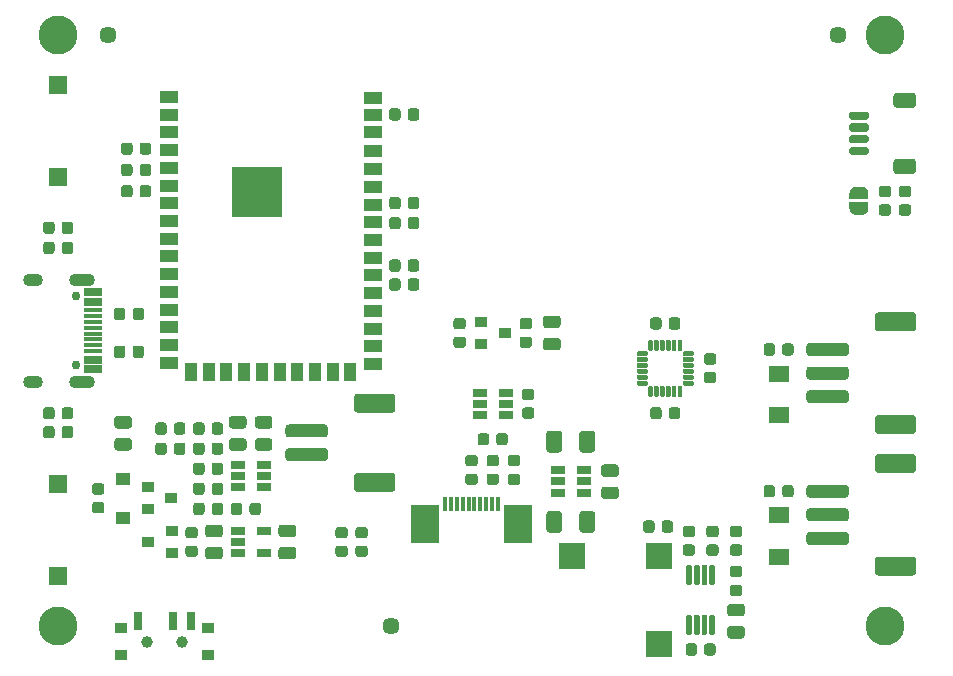
<source format=gts>
%TF.GenerationSoftware,KiCad,Pcbnew,(5.1.6)-1*%
%TF.CreationDate,2021-03-27T23:39:17-04:00*%
%TF.ProjectId,sharptag,73686172-7074-4616-972e-6b696361645f,rev?*%
%TF.SameCoordinates,Original*%
%TF.FileFunction,Soldermask,Top*%
%TF.FilePolarity,Negative*%
%FSLAX46Y46*%
G04 Gerber Fmt 4.6, Leading zero omitted, Abs format (unit mm)*
G04 Created by KiCad (PCBNEW (5.1.6)-1) date 2021-03-27 23:39:17*
%MOMM*%
%LPD*%
G01*
G04 APERTURE LIST*
%ADD10O,1.700000X1.100000*%
%ADD11C,0.750000*%
%ADD12O,2.200000X1.100000*%
%ADD13R,1.550000X0.400000*%
%ADD14R,1.550000X0.700000*%
%ADD15R,1.300000X1.000000*%
%ADD16C,3.300000*%
%ADD17R,0.400000X1.200000*%
%ADD18R,2.400000X3.200000*%
%ADD19C,0.100000*%
%ADD20R,2.295000X2.295000*%
%ADD21R,1.000000X0.900000*%
%ADD22R,1.600000X1.600000*%
%ADD23C,1.000000*%
%ADD24R,0.800000X1.600000*%
%ADD25R,1.100000X0.900000*%
%ADD26R,1.160000X0.750000*%
%ADD27R,4.200000X4.200000*%
%ADD28R,1.600000X1.000000*%
%ADD29R,1.000000X1.600000*%
%ADD30R,1.800000X1.400000*%
%ADD31C,1.448000*%
G04 APERTURE END LIST*
%TO.C,R13*%
G36*
G01*
X20118750Y-18525000D02*
X20681250Y-18525000D01*
G75*
G02*
X20925000Y-18768750I0J-243750D01*
G01*
X20925000Y-19256250D01*
G75*
G02*
X20681250Y-19500000I-243750J0D01*
G01*
X20118750Y-19500000D01*
G75*
G02*
X19875000Y-19256250I0J243750D01*
G01*
X19875000Y-18768750D01*
G75*
G02*
X20118750Y-18525000I243750J0D01*
G01*
G37*
G36*
G01*
X20118750Y-20100000D02*
X20681250Y-20100000D01*
G75*
G02*
X20925000Y-20343750I0J-243750D01*
G01*
X20925000Y-20831250D01*
G75*
G02*
X20681250Y-21075000I-243750J0D01*
G01*
X20118750Y-21075000D01*
G75*
G02*
X19875000Y-20831250I0J243750D01*
G01*
X19875000Y-20343750D01*
G75*
G02*
X20118750Y-20100000I243750J0D01*
G01*
G37*
%TD*%
%TO.C,J6*%
G36*
G01*
X31675000Y-20150000D02*
X28625000Y-20150000D01*
G75*
G02*
X28350000Y-19875000I0J275000D01*
G01*
X28350000Y-19325000D01*
G75*
G02*
X28625000Y-19050000I275000J0D01*
G01*
X31675000Y-19050000D01*
G75*
G02*
X31950000Y-19325000I0J-275000D01*
G01*
X31950000Y-19875000D01*
G75*
G02*
X31675000Y-20150000I-275000J0D01*
G01*
G37*
G36*
G01*
X31675000Y-18150000D02*
X28625000Y-18150000D01*
G75*
G02*
X28350000Y-17875000I0J275000D01*
G01*
X28350000Y-17325000D01*
G75*
G02*
X28625000Y-17050000I275000J0D01*
G01*
X31675000Y-17050000D01*
G75*
G02*
X31950000Y-17325000I0J-275000D01*
G01*
X31950000Y-17875000D01*
G75*
G02*
X31675000Y-18150000I-275000J0D01*
G01*
G37*
G36*
G01*
X31675000Y-16150000D02*
X28625000Y-16150000D01*
G75*
G02*
X28350000Y-15875000I0J275000D01*
G01*
X28350000Y-15325000D01*
G75*
G02*
X28625000Y-15050000I275000J0D01*
G01*
X31675000Y-15050000D01*
G75*
G02*
X31950000Y-15325000I0J-275000D01*
G01*
X31950000Y-15875000D01*
G75*
G02*
X31675000Y-16150000I-275000J0D01*
G01*
G37*
G36*
G01*
X37383333Y-22750000D02*
X34416667Y-22750000D01*
G75*
G02*
X34150000Y-22483333I0J266667D01*
G01*
X34150000Y-21416667D01*
G75*
G02*
X34416667Y-21150000I266667J0D01*
G01*
X37383333Y-21150000D01*
G75*
G02*
X37650000Y-21416667I0J-266667D01*
G01*
X37650000Y-22483333D01*
G75*
G02*
X37383333Y-22750000I-266667J0D01*
G01*
G37*
G36*
G01*
X37383333Y-14050000D02*
X34416667Y-14050000D01*
G75*
G02*
X34150000Y-13783333I0J266667D01*
G01*
X34150000Y-12716667D01*
G75*
G02*
X34416667Y-12450000I266667J0D01*
G01*
X37383333Y-12450000D01*
G75*
G02*
X37650000Y-12716667I0J-266667D01*
G01*
X37650000Y-13783333D01*
G75*
G02*
X37383333Y-14050000I-266667J0D01*
G01*
G37*
%TD*%
%TO.C,J3*%
G36*
G01*
X-12425000Y-13050000D02*
X-15475000Y-13050000D01*
G75*
G02*
X-15750000Y-12775000I0J275000D01*
G01*
X-15750000Y-12225000D01*
G75*
G02*
X-15475000Y-11950000I275000J0D01*
G01*
X-12425000Y-11950000D01*
G75*
G02*
X-12150000Y-12225000I0J-275000D01*
G01*
X-12150000Y-12775000D01*
G75*
G02*
X-12425000Y-13050000I-275000J0D01*
G01*
G37*
G36*
G01*
X-12425000Y-11050000D02*
X-15475000Y-11050000D01*
G75*
G02*
X-15750000Y-10775000I0J275000D01*
G01*
X-15750000Y-10225000D01*
G75*
G02*
X-15475000Y-9950000I275000J0D01*
G01*
X-12425000Y-9950000D01*
G75*
G02*
X-12150000Y-10225000I0J-275000D01*
G01*
X-12150000Y-10775000D01*
G75*
G02*
X-12425000Y-11050000I-275000J0D01*
G01*
G37*
G36*
G01*
X-6716667Y-15650000D02*
X-9683333Y-15650000D01*
G75*
G02*
X-9950000Y-15383333I0J266667D01*
G01*
X-9950000Y-14316667D01*
G75*
G02*
X-9683333Y-14050000I266667J0D01*
G01*
X-6716667Y-14050000D01*
G75*
G02*
X-6450000Y-14316667I0J-266667D01*
G01*
X-6450000Y-15383333D01*
G75*
G02*
X-6716667Y-15650000I-266667J0D01*
G01*
G37*
G36*
G01*
X-6716667Y-8950000D02*
X-9683333Y-8950000D01*
G75*
G02*
X-9950000Y-8683333I0J266667D01*
G01*
X-9950000Y-7616667D01*
G75*
G02*
X-9683333Y-7350000I266667J0D01*
G01*
X-6716667Y-7350000D01*
G75*
G02*
X-6450000Y-7616667I0J-266667D01*
G01*
X-6450000Y-8683333D01*
G75*
G02*
X-6716667Y-8950000I-266667J0D01*
G01*
G37*
%TD*%
D10*
%TO.C,J1*%
X-37150000Y-6320000D03*
D11*
X-33500000Y-4890000D03*
D10*
X-37150000Y2320000D03*
D11*
X-33500000Y890000D03*
D12*
X-32970000Y2320000D03*
X-32970000Y-6320000D03*
D13*
X-32055000Y-1750000D03*
X-32055000Y-3750000D03*
X-32055000Y-3250000D03*
X-32055000Y-2750000D03*
X-32055000Y-2250000D03*
X-32055000Y-1250000D03*
X-32055000Y-750000D03*
X-32055000Y-250000D03*
D14*
X-32055000Y-5250000D03*
X-32055000Y-4450000D03*
X-32055000Y450000D03*
X-32055000Y1250000D03*
X-32055000Y1250000D03*
X-32055000Y450000D03*
X-32055000Y-4450000D03*
X-32055000Y-5250000D03*
%TD*%
%TO.C,C1*%
G36*
G01*
X281250Y-13500000D02*
X-281250Y-13500000D01*
G75*
G02*
X-525000Y-13256250I0J243750D01*
G01*
X-525000Y-12768750D01*
G75*
G02*
X-281250Y-12525000I243750J0D01*
G01*
X281250Y-12525000D01*
G75*
G02*
X525000Y-12768750I0J-243750D01*
G01*
X525000Y-13256250D01*
G75*
G02*
X281250Y-13500000I-243750J0D01*
G01*
G37*
G36*
G01*
X281250Y-15075000D02*
X-281250Y-15075000D01*
G75*
G02*
X-525000Y-14831250I0J243750D01*
G01*
X-525000Y-14343750D01*
G75*
G02*
X-281250Y-14100000I243750J0D01*
G01*
X281250Y-14100000D01*
G75*
G02*
X525000Y-14343750I0J-243750D01*
G01*
X525000Y-14831250D01*
G75*
G02*
X281250Y-15075000I-243750J0D01*
G01*
G37*
%TD*%
%TO.C,C2*%
G36*
G01*
X-17118750Y-12175000D02*
X-18081250Y-12175000D01*
G75*
G02*
X-18350000Y-11906250I0J268750D01*
G01*
X-18350000Y-11368750D01*
G75*
G02*
X-18081250Y-11100000I268750J0D01*
G01*
X-17118750Y-11100000D01*
G75*
G02*
X-16850000Y-11368750I0J-268750D01*
G01*
X-16850000Y-11906250D01*
G75*
G02*
X-17118750Y-12175000I-268750J0D01*
G01*
G37*
G36*
G01*
X-17118750Y-10300000D02*
X-18081250Y-10300000D01*
G75*
G02*
X-18350000Y-10031250I0J268750D01*
G01*
X-18350000Y-9493750D01*
G75*
G02*
X-18081250Y-9225000I268750J0D01*
G01*
X-17118750Y-9225000D01*
G75*
G02*
X-16850000Y-9493750I0J-268750D01*
G01*
X-16850000Y-10031250D01*
G75*
G02*
X-17118750Y-10300000I-268750J0D01*
G01*
G37*
%TD*%
%TO.C,C3*%
G36*
G01*
X3881250Y-15075000D02*
X3318750Y-15075000D01*
G75*
G02*
X3075000Y-14831250I0J243750D01*
G01*
X3075000Y-14343750D01*
G75*
G02*
X3318750Y-14100000I243750J0D01*
G01*
X3881250Y-14100000D01*
G75*
G02*
X4125000Y-14343750I0J-243750D01*
G01*
X4125000Y-14831250D01*
G75*
G02*
X3881250Y-15075000I-243750J0D01*
G01*
G37*
G36*
G01*
X3881250Y-13500000D02*
X3318750Y-13500000D01*
G75*
G02*
X3075000Y-13256250I0J243750D01*
G01*
X3075000Y-12768750D01*
G75*
G02*
X3318750Y-12525000I243750J0D01*
G01*
X3881250Y-12525000D01*
G75*
G02*
X4125000Y-12768750I0J-243750D01*
G01*
X4125000Y-13256250D01*
G75*
G02*
X3881250Y-13500000I-243750J0D01*
G01*
G37*
%TD*%
%TO.C,C4*%
G36*
G01*
X2081250Y-13500000D02*
X1518750Y-13500000D01*
G75*
G02*
X1275000Y-13256250I0J243750D01*
G01*
X1275000Y-12768750D01*
G75*
G02*
X1518750Y-12525000I243750J0D01*
G01*
X2081250Y-12525000D01*
G75*
G02*
X2325000Y-12768750I0J-243750D01*
G01*
X2325000Y-13256250D01*
G75*
G02*
X2081250Y-13500000I-243750J0D01*
G01*
G37*
G36*
G01*
X2081250Y-15075000D02*
X1518750Y-15075000D01*
G75*
G02*
X1275000Y-14831250I0J243750D01*
G01*
X1275000Y-14343750D01*
G75*
G02*
X1518750Y-14100000I243750J0D01*
G01*
X2081250Y-14100000D01*
G75*
G02*
X2325000Y-14343750I0J-243750D01*
G01*
X2325000Y-14831250D01*
G75*
G02*
X2081250Y-15075000I-243750J0D01*
G01*
G37*
%TD*%
%TO.C,C5*%
G36*
G01*
X-19318750Y-10300000D02*
X-20281250Y-10300000D01*
G75*
G02*
X-20550000Y-10031250I0J268750D01*
G01*
X-20550000Y-9493750D01*
G75*
G02*
X-20281250Y-9225000I268750J0D01*
G01*
X-19318750Y-9225000D01*
G75*
G02*
X-19050000Y-9493750I0J-268750D01*
G01*
X-19050000Y-10031250D01*
G75*
G02*
X-19318750Y-10300000I-268750J0D01*
G01*
G37*
G36*
G01*
X-19318750Y-12175000D02*
X-20281250Y-12175000D01*
G75*
G02*
X-20550000Y-11906250I0J268750D01*
G01*
X-20550000Y-11368750D01*
G75*
G02*
X-20281250Y-11100000I268750J0D01*
G01*
X-19318750Y-11100000D01*
G75*
G02*
X-19050000Y-11368750I0J-268750D01*
G01*
X-19050000Y-11906250D01*
G75*
G02*
X-19318750Y-12175000I-268750J0D01*
G01*
G37*
%TD*%
%TO.C,C6*%
G36*
G01*
X22118750Y-18525000D02*
X22681250Y-18525000D01*
G75*
G02*
X22925000Y-18768750I0J-243750D01*
G01*
X22925000Y-19256250D01*
G75*
G02*
X22681250Y-19500000I-243750J0D01*
G01*
X22118750Y-19500000D01*
G75*
G02*
X21875000Y-19256250I0J243750D01*
G01*
X21875000Y-18768750D01*
G75*
G02*
X22118750Y-18525000I243750J0D01*
G01*
G37*
G36*
G01*
X22118750Y-20100000D02*
X22681250Y-20100000D01*
G75*
G02*
X22925000Y-20343750I0J-243750D01*
G01*
X22925000Y-20831250D01*
G75*
G02*
X22681250Y-21075000I-243750J0D01*
G01*
X22118750Y-21075000D01*
G75*
G02*
X21875000Y-20831250I0J243750D01*
G01*
X21875000Y-20343750D01*
G75*
G02*
X22118750Y-20100000I243750J0D01*
G01*
G37*
%TD*%
%TO.C,C7*%
G36*
G01*
X15500000Y-18318750D02*
X15500000Y-18881250D01*
G75*
G02*
X15256250Y-19125000I-243750J0D01*
G01*
X14768750Y-19125000D01*
G75*
G02*
X14525000Y-18881250I0J243750D01*
G01*
X14525000Y-18318750D01*
G75*
G02*
X14768750Y-18075000I243750J0D01*
G01*
X15256250Y-18075000D01*
G75*
G02*
X15500000Y-18318750I0J-243750D01*
G01*
G37*
G36*
G01*
X17075000Y-18318750D02*
X17075000Y-18881250D01*
G75*
G02*
X16831250Y-19125000I-243750J0D01*
G01*
X16343750Y-19125000D01*
G75*
G02*
X16100000Y-18881250I0J243750D01*
G01*
X16100000Y-18318750D01*
G75*
G02*
X16343750Y-18075000I243750J0D01*
G01*
X16831250Y-18075000D01*
G75*
G02*
X17075000Y-18318750I0J-243750D01*
G01*
G37*
%TD*%
%TO.C,C8*%
G36*
G01*
X-21318750Y-21375000D02*
X-22281250Y-21375000D01*
G75*
G02*
X-22550000Y-21106250I0J268750D01*
G01*
X-22550000Y-20568750D01*
G75*
G02*
X-22281250Y-20300000I268750J0D01*
G01*
X-21318750Y-20300000D01*
G75*
G02*
X-21050000Y-20568750I0J-268750D01*
G01*
X-21050000Y-21106250D01*
G75*
G02*
X-21318750Y-21375000I-268750J0D01*
G01*
G37*
G36*
G01*
X-21318750Y-19500000D02*
X-22281250Y-19500000D01*
G75*
G02*
X-22550000Y-19231250I0J268750D01*
G01*
X-22550000Y-18693750D01*
G75*
G02*
X-22281250Y-18425000I268750J0D01*
G01*
X-21318750Y-18425000D01*
G75*
G02*
X-21050000Y-18693750I0J-268750D01*
G01*
X-21050000Y-19231250D01*
G75*
G02*
X-21318750Y-19500000I-268750J0D01*
G01*
G37*
%TD*%
%TO.C,C9*%
G36*
G01*
X-16081250Y-20300000D02*
X-15118750Y-20300000D01*
G75*
G02*
X-14850000Y-20568750I0J-268750D01*
G01*
X-14850000Y-21106250D01*
G75*
G02*
X-15118750Y-21375000I-268750J0D01*
G01*
X-16081250Y-21375000D01*
G75*
G02*
X-16350000Y-21106250I0J268750D01*
G01*
X-16350000Y-20568750D01*
G75*
G02*
X-16081250Y-20300000I268750J0D01*
G01*
G37*
G36*
G01*
X-16081250Y-18425000D02*
X-15118750Y-18425000D01*
G75*
G02*
X-14850000Y-18693750I0J-268750D01*
G01*
X-14850000Y-19231250D01*
G75*
G02*
X-15118750Y-19500000I-268750J0D01*
G01*
X-16081250Y-19500000D01*
G75*
G02*
X-16350000Y-19231250I0J268750D01*
G01*
X-16350000Y-18693750D01*
G75*
G02*
X-16081250Y-18425000I268750J0D01*
G01*
G37*
%TD*%
%TO.C,C10*%
G36*
G01*
X18125000Y-29281250D02*
X18125000Y-28718750D01*
G75*
G02*
X18368750Y-28475000I243750J0D01*
G01*
X18856250Y-28475000D01*
G75*
G02*
X19100000Y-28718750I0J-243750D01*
G01*
X19100000Y-29281250D01*
G75*
G02*
X18856250Y-29525000I-243750J0D01*
G01*
X18368750Y-29525000D01*
G75*
G02*
X18125000Y-29281250I0J243750D01*
G01*
G37*
G36*
G01*
X19700000Y-29281250D02*
X19700000Y-28718750D01*
G75*
G02*
X19943750Y-28475000I243750J0D01*
G01*
X20431250Y-28475000D01*
G75*
G02*
X20675000Y-28718750I0J-243750D01*
G01*
X20675000Y-29281250D01*
G75*
G02*
X20431250Y-29525000I-243750J0D01*
G01*
X19943750Y-29525000D01*
G75*
G02*
X19700000Y-29281250I0J243750D01*
G01*
G37*
%TD*%
%TO.C,C11*%
G36*
G01*
X21918750Y-25125000D02*
X22881250Y-25125000D01*
G75*
G02*
X23150000Y-25393750I0J-268750D01*
G01*
X23150000Y-25931250D01*
G75*
G02*
X22881250Y-26200000I-268750J0D01*
G01*
X21918750Y-26200000D01*
G75*
G02*
X21650000Y-25931250I0J268750D01*
G01*
X21650000Y-25393750D01*
G75*
G02*
X21918750Y-25125000I268750J0D01*
G01*
G37*
G36*
G01*
X21918750Y-27000000D02*
X22881250Y-27000000D01*
G75*
G02*
X23150000Y-27268750I0J-268750D01*
G01*
X23150000Y-27806250D01*
G75*
G02*
X22881250Y-28075000I-268750J0D01*
G01*
X21918750Y-28075000D01*
G75*
G02*
X21650000Y-27806250I0J268750D01*
G01*
X21650000Y-27268750D01*
G75*
G02*
X21918750Y-27000000I268750J0D01*
G01*
G37*
%TD*%
%TO.C,C12*%
G36*
G01*
X-5400000Y1618750D02*
X-5400000Y2181250D01*
G75*
G02*
X-5156250Y2425000I243750J0D01*
G01*
X-4668750Y2425000D01*
G75*
G02*
X-4425000Y2181250I0J-243750D01*
G01*
X-4425000Y1618750D01*
G75*
G02*
X-4668750Y1375000I-243750J0D01*
G01*
X-5156250Y1375000D01*
G75*
G02*
X-5400000Y1618750I0J243750D01*
G01*
G37*
G36*
G01*
X-6975000Y1618750D02*
X-6975000Y2181250D01*
G75*
G02*
X-6731250Y2425000I243750J0D01*
G01*
X-6243750Y2425000D01*
G75*
G02*
X-6000000Y2181250I0J-243750D01*
G01*
X-6000000Y1618750D01*
G75*
G02*
X-6243750Y1375000I-243750J0D01*
G01*
X-6731250Y1375000D01*
G75*
G02*
X-6975000Y1618750I0J243750D01*
G01*
G37*
%TD*%
%TO.C,C13*%
G36*
G01*
X6325000Y-18855000D02*
X6325000Y-17545000D01*
G75*
G02*
X6595000Y-17275000I270000J0D01*
G01*
X7405000Y-17275000D01*
G75*
G02*
X7675000Y-17545000I0J-270000D01*
G01*
X7675000Y-18855000D01*
G75*
G02*
X7405000Y-19125000I-270000J0D01*
G01*
X6595000Y-19125000D01*
G75*
G02*
X6325000Y-18855000I0J270000D01*
G01*
G37*
G36*
G01*
X9125000Y-18855000D02*
X9125000Y-17545000D01*
G75*
G02*
X9395000Y-17275000I270000J0D01*
G01*
X10205000Y-17275000D01*
G75*
G02*
X10475000Y-17545000I0J-270000D01*
G01*
X10475000Y-18855000D01*
G75*
G02*
X10205000Y-19125000I-270000J0D01*
G01*
X9395000Y-19125000D01*
G75*
G02*
X9125000Y-18855000I0J270000D01*
G01*
G37*
%TD*%
%TO.C,C14*%
G36*
G01*
X-23575000Y-10581250D02*
X-23575000Y-10018750D01*
G75*
G02*
X-23331250Y-9775000I243750J0D01*
G01*
X-22843750Y-9775000D01*
G75*
G02*
X-22600000Y-10018750I0J-243750D01*
G01*
X-22600000Y-10581250D01*
G75*
G02*
X-22843750Y-10825000I-243750J0D01*
G01*
X-23331250Y-10825000D01*
G75*
G02*
X-23575000Y-10581250I0J243750D01*
G01*
G37*
G36*
G01*
X-22000000Y-10581250D02*
X-22000000Y-10018750D01*
G75*
G02*
X-21756250Y-9775000I243750J0D01*
G01*
X-21268750Y-9775000D01*
G75*
G02*
X-21025000Y-10018750I0J-243750D01*
G01*
X-21025000Y-10581250D01*
G75*
G02*
X-21268750Y-10825000I-243750J0D01*
G01*
X-21756250Y-10825000D01*
G75*
G02*
X-22000000Y-10581250I0J243750D01*
G01*
G37*
%TD*%
%TO.C,C15*%
G36*
G01*
X16100000Y-8718750D02*
X16100000Y-9281250D01*
G75*
G02*
X15856250Y-9525000I-243750J0D01*
G01*
X15368750Y-9525000D01*
G75*
G02*
X15125000Y-9281250I0J243750D01*
G01*
X15125000Y-8718750D01*
G75*
G02*
X15368750Y-8475000I243750J0D01*
G01*
X15856250Y-8475000D01*
G75*
G02*
X16100000Y-8718750I0J-243750D01*
G01*
G37*
G36*
G01*
X17675000Y-8718750D02*
X17675000Y-9281250D01*
G75*
G02*
X17431250Y-9525000I-243750J0D01*
G01*
X16943750Y-9525000D01*
G75*
G02*
X16700000Y-9281250I0J243750D01*
G01*
X16700000Y-8718750D01*
G75*
G02*
X16943750Y-8475000I243750J0D01*
G01*
X17431250Y-8475000D01*
G75*
G02*
X17675000Y-8718750I0J-243750D01*
G01*
G37*
%TD*%
%TO.C,C16*%
G36*
G01*
X16100000Y-1118750D02*
X16100000Y-1681250D01*
G75*
G02*
X15856250Y-1925000I-243750J0D01*
G01*
X15368750Y-1925000D01*
G75*
G02*
X15125000Y-1681250I0J243750D01*
G01*
X15125000Y-1118750D01*
G75*
G02*
X15368750Y-875000I243750J0D01*
G01*
X15856250Y-875000D01*
G75*
G02*
X16100000Y-1118750I0J-243750D01*
G01*
G37*
G36*
G01*
X17675000Y-1118750D02*
X17675000Y-1681250D01*
G75*
G02*
X17431250Y-1925000I-243750J0D01*
G01*
X16943750Y-1925000D01*
G75*
G02*
X16700000Y-1681250I0J243750D01*
G01*
X16700000Y-1118750D01*
G75*
G02*
X16943750Y-875000I243750J0D01*
G01*
X17431250Y-875000D01*
G75*
G02*
X17675000Y-1118750I0J-243750D01*
G01*
G37*
%TD*%
%TO.C,C17*%
G36*
G01*
X11236750Y-15200000D02*
X12199250Y-15200000D01*
G75*
G02*
X12468000Y-15468750I0J-268750D01*
G01*
X12468000Y-16006250D01*
G75*
G02*
X12199250Y-16275000I-268750J0D01*
G01*
X11236750Y-16275000D01*
G75*
G02*
X10968000Y-16006250I0J268750D01*
G01*
X10968000Y-15468750D01*
G75*
G02*
X11236750Y-15200000I268750J0D01*
G01*
G37*
G36*
G01*
X11236750Y-13325000D02*
X12199250Y-13325000D01*
G75*
G02*
X12468000Y-13593750I0J-268750D01*
G01*
X12468000Y-14131250D01*
G75*
G02*
X12199250Y-14400000I-268750J0D01*
G01*
X11236750Y-14400000D01*
G75*
G02*
X10968000Y-14131250I0J268750D01*
G01*
X10968000Y-13593750D01*
G75*
G02*
X11236750Y-13325000I268750J0D01*
G01*
G37*
%TD*%
%TO.C,C18*%
G36*
G01*
X20481250Y-6475000D02*
X19918750Y-6475000D01*
G75*
G02*
X19675000Y-6231250I0J243750D01*
G01*
X19675000Y-5743750D01*
G75*
G02*
X19918750Y-5500000I243750J0D01*
G01*
X20481250Y-5500000D01*
G75*
G02*
X20725000Y-5743750I0J-243750D01*
G01*
X20725000Y-6231250D01*
G75*
G02*
X20481250Y-6475000I-243750J0D01*
G01*
G37*
G36*
G01*
X20481250Y-4900000D02*
X19918750Y-4900000D01*
G75*
G02*
X19675000Y-4656250I0J243750D01*
G01*
X19675000Y-4168750D01*
G75*
G02*
X19918750Y-3925000I243750J0D01*
G01*
X20481250Y-3925000D01*
G75*
G02*
X20725000Y-4168750I0J-243750D01*
G01*
X20725000Y-4656250D01*
G75*
G02*
X20481250Y-4900000I-243750J0D01*
G01*
G37*
%TD*%
%TO.C,C19*%
G36*
G01*
X9125000Y-12055000D02*
X9125000Y-10745000D01*
G75*
G02*
X9395000Y-10475000I270000J0D01*
G01*
X10205000Y-10475000D01*
G75*
G02*
X10475000Y-10745000I0J-270000D01*
G01*
X10475000Y-12055000D01*
G75*
G02*
X10205000Y-12325000I-270000J0D01*
G01*
X9395000Y-12325000D01*
G75*
G02*
X9125000Y-12055000I0J270000D01*
G01*
G37*
G36*
G01*
X6325000Y-12055000D02*
X6325000Y-10745000D01*
G75*
G02*
X6595000Y-10475000I270000J0D01*
G01*
X7405000Y-10475000D01*
G75*
G02*
X7675000Y-10745000I0J-270000D01*
G01*
X7675000Y-12055000D01*
G75*
G02*
X7405000Y-12325000I-270000J0D01*
G01*
X6595000Y-12325000D01*
G75*
G02*
X6325000Y-12055000I0J270000D01*
G01*
G37*
%TD*%
%TO.C,C20*%
G36*
G01*
X3075000Y-10918750D02*
X3075000Y-11481250D01*
G75*
G02*
X2831250Y-11725000I-243750J0D01*
G01*
X2343750Y-11725000D01*
G75*
G02*
X2100000Y-11481250I0J243750D01*
G01*
X2100000Y-10918750D01*
G75*
G02*
X2343750Y-10675000I243750J0D01*
G01*
X2831250Y-10675000D01*
G75*
G02*
X3075000Y-10918750I0J-243750D01*
G01*
G37*
G36*
G01*
X1500000Y-10918750D02*
X1500000Y-11481250D01*
G75*
G02*
X1256250Y-11725000I-243750J0D01*
G01*
X768750Y-11725000D01*
G75*
G02*
X525000Y-11481250I0J243750D01*
G01*
X525000Y-10918750D01*
G75*
G02*
X768750Y-10675000I243750J0D01*
G01*
X1256250Y-10675000D01*
G75*
G02*
X1500000Y-10918750I0J-243750D01*
G01*
G37*
%TD*%
%TO.C,D1*%
G36*
G01*
X-17825000Y-16818750D02*
X-17825000Y-17381250D01*
G75*
G02*
X-18068750Y-17625000I-243750J0D01*
G01*
X-18556250Y-17625000D01*
G75*
G02*
X-18800000Y-17381250I0J243750D01*
G01*
X-18800000Y-16818750D01*
G75*
G02*
X-18556250Y-16575000I243750J0D01*
G01*
X-18068750Y-16575000D01*
G75*
G02*
X-17825000Y-16818750I0J-243750D01*
G01*
G37*
G36*
G01*
X-19400000Y-16818750D02*
X-19400000Y-17381250D01*
G75*
G02*
X-19643750Y-17625000I-243750J0D01*
G01*
X-20131250Y-17625000D01*
G75*
G02*
X-20375000Y-17381250I0J243750D01*
G01*
X-20375000Y-16818750D01*
G75*
G02*
X-20131250Y-16575000I243750J0D01*
G01*
X-19643750Y-16575000D01*
G75*
G02*
X-19400000Y-16818750I0J-243750D01*
G01*
G37*
%TD*%
%TO.C,D2*%
G36*
G01*
X-22600000Y-13418750D02*
X-22600000Y-13981250D01*
G75*
G02*
X-22843750Y-14225000I-243750J0D01*
G01*
X-23331250Y-14225000D01*
G75*
G02*
X-23575000Y-13981250I0J243750D01*
G01*
X-23575000Y-13418750D01*
G75*
G02*
X-23331250Y-13175000I243750J0D01*
G01*
X-22843750Y-13175000D01*
G75*
G02*
X-22600000Y-13418750I0J-243750D01*
G01*
G37*
G36*
G01*
X-21025000Y-13418750D02*
X-21025000Y-13981250D01*
G75*
G02*
X-21268750Y-14225000I-243750J0D01*
G01*
X-21756250Y-14225000D01*
G75*
G02*
X-22000000Y-13981250I0J243750D01*
G01*
X-22000000Y-13418750D01*
G75*
G02*
X-21756250Y-13175000I243750J0D01*
G01*
X-21268750Y-13175000D01*
G75*
G02*
X-21025000Y-13418750I0J-243750D01*
G01*
G37*
%TD*%
D15*
%TO.C,D3*%
X-29500000Y-17850000D03*
X-29500000Y-14550000D03*
%TD*%
%TO.C,D4*%
G36*
G01*
X-33725000Y-10318750D02*
X-33725000Y-10881250D01*
G75*
G02*
X-33968750Y-11125000I-243750J0D01*
G01*
X-34456250Y-11125000D01*
G75*
G02*
X-34700000Y-10881250I0J243750D01*
G01*
X-34700000Y-10318750D01*
G75*
G02*
X-34456250Y-10075000I243750J0D01*
G01*
X-33968750Y-10075000D01*
G75*
G02*
X-33725000Y-10318750I0J-243750D01*
G01*
G37*
G36*
G01*
X-35300000Y-10318750D02*
X-35300000Y-10881250D01*
G75*
G02*
X-35543750Y-11125000I-243750J0D01*
G01*
X-36031250Y-11125000D01*
G75*
G02*
X-36275000Y-10881250I0J243750D01*
G01*
X-36275000Y-10318750D01*
G75*
G02*
X-36031250Y-10075000I243750J0D01*
G01*
X-35543750Y-10075000D01*
G75*
G02*
X-35300000Y-10318750I0J-243750D01*
G01*
G37*
%TD*%
%TO.C,D5*%
G36*
G01*
X36981250Y9300000D02*
X36418750Y9300000D01*
G75*
G02*
X36175000Y9543750I0J243750D01*
G01*
X36175000Y10031250D01*
G75*
G02*
X36418750Y10275000I243750J0D01*
G01*
X36981250Y10275000D01*
G75*
G02*
X37225000Y10031250I0J-243750D01*
G01*
X37225000Y9543750D01*
G75*
G02*
X36981250Y9300000I-243750J0D01*
G01*
G37*
G36*
G01*
X36981250Y7725000D02*
X36418750Y7725000D01*
G75*
G02*
X36175000Y7968750I0J243750D01*
G01*
X36175000Y8456250D01*
G75*
G02*
X36418750Y8700000I243750J0D01*
G01*
X36981250Y8700000D01*
G75*
G02*
X37225000Y8456250I0J-243750D01*
G01*
X37225000Y7968750D01*
G75*
G02*
X36981250Y7725000I-243750J0D01*
G01*
G37*
%TD*%
%TO.C,D6*%
G36*
G01*
X-33725000Y6981250D02*
X-33725000Y6418750D01*
G75*
G02*
X-33968750Y6175000I-243750J0D01*
G01*
X-34456250Y6175000D01*
G75*
G02*
X-34700000Y6418750I0J243750D01*
G01*
X-34700000Y6981250D01*
G75*
G02*
X-34456250Y7225000I243750J0D01*
G01*
X-33968750Y7225000D01*
G75*
G02*
X-33725000Y6981250I0J-243750D01*
G01*
G37*
G36*
G01*
X-35300000Y6981250D02*
X-35300000Y6418750D01*
G75*
G02*
X-35543750Y6175000I-243750J0D01*
G01*
X-36031250Y6175000D01*
G75*
G02*
X-36275000Y6418750I0J243750D01*
G01*
X-36275000Y6981250D01*
G75*
G02*
X-36031250Y7225000I243750J0D01*
G01*
X-35543750Y7225000D01*
G75*
G02*
X-35300000Y6981250I0J-243750D01*
G01*
G37*
%TD*%
D16*
%TO.C,H1*%
X35000000Y-27000000D03*
%TD*%
%TO.C,H2*%
X-35000000Y23000000D03*
%TD*%
%TO.C,H3*%
X35000000Y23000000D03*
%TD*%
%TO.C,H4*%
X-35000000Y-27000000D03*
%TD*%
D17*
%TO.C,J2*%
X-2254000Y-16684000D03*
X-1754000Y-16684000D03*
X-1254000Y-16684000D03*
X-754000Y-16684000D03*
X-254000Y-16684000D03*
X246000Y-16684000D03*
X746000Y-16684000D03*
X1246000Y-16684000D03*
X1746000Y-16684000D03*
X2246000Y-16684000D03*
D18*
X-3924000Y-18384000D03*
X3916000Y-18384000D03*
%TD*%
%TO.C,J4*%
G36*
G01*
X33450000Y12850000D02*
X32150000Y12850000D01*
G75*
G02*
X31975000Y13025000I0J175000D01*
G01*
X31975000Y13375000D01*
G75*
G02*
X32150000Y13550000I175000J0D01*
G01*
X33450000Y13550000D01*
G75*
G02*
X33625000Y13375000I0J-175000D01*
G01*
X33625000Y13025000D01*
G75*
G02*
X33450000Y12850000I-175000J0D01*
G01*
G37*
G36*
G01*
X33450000Y13850000D02*
X32150000Y13850000D01*
G75*
G02*
X31975000Y14025000I0J175000D01*
G01*
X31975000Y14375000D01*
G75*
G02*
X32150000Y14550000I175000J0D01*
G01*
X33450000Y14550000D01*
G75*
G02*
X33625000Y14375000I0J-175000D01*
G01*
X33625000Y14025000D01*
G75*
G02*
X33450000Y13850000I-175000J0D01*
G01*
G37*
G36*
G01*
X33450000Y14850000D02*
X32150000Y14850000D01*
G75*
G02*
X31975000Y15025000I0J175000D01*
G01*
X31975000Y15375000D01*
G75*
G02*
X32150000Y15550000I175000J0D01*
G01*
X33450000Y15550000D01*
G75*
G02*
X33625000Y15375000I0J-175000D01*
G01*
X33625000Y15025000D01*
G75*
G02*
X33450000Y14850000I-175000J0D01*
G01*
G37*
G36*
G01*
X33450000Y15850000D02*
X32150000Y15850000D01*
G75*
G02*
X31975000Y16025000I0J175000D01*
G01*
X31975000Y16375000D01*
G75*
G02*
X32150000Y16550000I175000J0D01*
G01*
X33450000Y16550000D01*
G75*
G02*
X33625000Y16375000I0J-175000D01*
G01*
X33625000Y16025000D01*
G75*
G02*
X33450000Y15850000I-175000J0D01*
G01*
G37*
G36*
G01*
X37354168Y11250000D02*
X35995832Y11250000D01*
G75*
G02*
X35725000Y11520832I0J270832D01*
G01*
X35725000Y12279168D01*
G75*
G02*
X35995832Y12550000I270832J0D01*
G01*
X37354168Y12550000D01*
G75*
G02*
X37625000Y12279168I0J-270832D01*
G01*
X37625000Y11520832D01*
G75*
G02*
X37354168Y11250000I-270832J0D01*
G01*
G37*
G36*
G01*
X37354168Y16850000D02*
X35995832Y16850000D01*
G75*
G02*
X35725000Y17120832I0J270832D01*
G01*
X35725000Y17879168D01*
G75*
G02*
X35995832Y18150000I270832J0D01*
G01*
X37354168Y18150000D01*
G75*
G02*
X37625000Y17879168I0J-270832D01*
G01*
X37625000Y17120832D01*
G75*
G02*
X37354168Y16850000I-270832J0D01*
G01*
G37*
%TD*%
D19*
%TO.C,JP1*%
G36*
X33599398Y8343889D02*
G01*
X33599398Y8325466D01*
X33599157Y8320565D01*
X33594347Y8271734D01*
X33593627Y8266881D01*
X33584055Y8218756D01*
X33582863Y8213995D01*
X33568619Y8167040D01*
X33566966Y8162421D01*
X33548189Y8117088D01*
X33546091Y8112651D01*
X33522960Y8069378D01*
X33520438Y8065171D01*
X33493178Y8024372D01*
X33490254Y8020430D01*
X33459126Y7982501D01*
X33455831Y7978866D01*
X33421134Y7944169D01*
X33417499Y7940874D01*
X33379570Y7909746D01*
X33375628Y7906822D01*
X33334829Y7879562D01*
X33330622Y7877040D01*
X33287349Y7853909D01*
X33282912Y7851811D01*
X33237579Y7833034D01*
X33232960Y7831381D01*
X33186005Y7817137D01*
X33181244Y7815945D01*
X33133119Y7806373D01*
X33128266Y7805653D01*
X33079435Y7800843D01*
X33074534Y7800602D01*
X33056111Y7800602D01*
X33050000Y7800000D01*
X32550000Y7800000D01*
X32543889Y7800602D01*
X32525466Y7800602D01*
X32520565Y7800843D01*
X32471734Y7805653D01*
X32466881Y7806373D01*
X32418756Y7815945D01*
X32413995Y7817137D01*
X32367040Y7831381D01*
X32362421Y7833034D01*
X32317088Y7851811D01*
X32312651Y7853909D01*
X32269378Y7877040D01*
X32265171Y7879562D01*
X32224372Y7906822D01*
X32220430Y7909746D01*
X32182501Y7940874D01*
X32178866Y7944169D01*
X32144169Y7978866D01*
X32140874Y7982501D01*
X32109746Y8020430D01*
X32106822Y8024372D01*
X32079562Y8065171D01*
X32077040Y8069378D01*
X32053909Y8112651D01*
X32051811Y8117088D01*
X32033034Y8162421D01*
X32031381Y8167040D01*
X32017137Y8213995D01*
X32015945Y8218756D01*
X32006373Y8266881D01*
X32005653Y8271734D01*
X32000843Y8320565D01*
X32000602Y8325466D01*
X32000602Y8343889D01*
X32000000Y8350000D01*
X32000000Y8850000D01*
X32000961Y8859755D01*
X32003806Y8869134D01*
X32008427Y8877779D01*
X32014645Y8885355D01*
X32022221Y8891573D01*
X32030866Y8896194D01*
X32040245Y8899039D01*
X32050000Y8900000D01*
X33550000Y8900000D01*
X33559755Y8899039D01*
X33569134Y8896194D01*
X33577779Y8891573D01*
X33585355Y8885355D01*
X33591573Y8877779D01*
X33596194Y8869134D01*
X33599039Y8859755D01*
X33600000Y8850000D01*
X33600000Y8350000D01*
X33599398Y8343889D01*
G37*
G36*
X33599039Y9140245D02*
G01*
X33596194Y9130866D01*
X33591573Y9122221D01*
X33585355Y9114645D01*
X33577779Y9108427D01*
X33569134Y9103806D01*
X33559755Y9100961D01*
X33550000Y9100000D01*
X32050000Y9100000D01*
X32040245Y9100961D01*
X32030866Y9103806D01*
X32022221Y9108427D01*
X32014645Y9114645D01*
X32008427Y9122221D01*
X32003806Y9130866D01*
X32000961Y9140245D01*
X32000000Y9150000D01*
X32000000Y9650000D01*
X32000602Y9656111D01*
X32000602Y9674534D01*
X32000843Y9679435D01*
X32005653Y9728266D01*
X32006373Y9733119D01*
X32015945Y9781244D01*
X32017137Y9786005D01*
X32031381Y9832960D01*
X32033034Y9837579D01*
X32051811Y9882912D01*
X32053909Y9887349D01*
X32077040Y9930622D01*
X32079562Y9934829D01*
X32106822Y9975628D01*
X32109746Y9979570D01*
X32140874Y10017499D01*
X32144169Y10021134D01*
X32178866Y10055831D01*
X32182501Y10059126D01*
X32220430Y10090254D01*
X32224372Y10093178D01*
X32265171Y10120438D01*
X32269378Y10122960D01*
X32312651Y10146091D01*
X32317088Y10148189D01*
X32362421Y10166966D01*
X32367040Y10168619D01*
X32413995Y10182863D01*
X32418756Y10184055D01*
X32466881Y10193627D01*
X32471734Y10194347D01*
X32520565Y10199157D01*
X32525466Y10199398D01*
X32543889Y10199398D01*
X32550000Y10200000D01*
X33050000Y10200000D01*
X33056111Y10199398D01*
X33074534Y10199398D01*
X33079435Y10199157D01*
X33128266Y10194347D01*
X33133119Y10193627D01*
X33181244Y10184055D01*
X33186005Y10182863D01*
X33232960Y10168619D01*
X33237579Y10166966D01*
X33282912Y10148189D01*
X33287349Y10146091D01*
X33330622Y10122960D01*
X33334829Y10120438D01*
X33375628Y10093178D01*
X33379570Y10090254D01*
X33417499Y10059126D01*
X33421134Y10055831D01*
X33455831Y10021134D01*
X33459126Y10017499D01*
X33490254Y9979570D01*
X33493178Y9975628D01*
X33520438Y9934829D01*
X33522960Y9930622D01*
X33546091Y9887349D01*
X33548189Y9882912D01*
X33566966Y9837579D01*
X33568619Y9832960D01*
X33582863Y9786005D01*
X33584055Y9781244D01*
X33593627Y9733119D01*
X33594347Y9728266D01*
X33599157Y9679435D01*
X33599398Y9674534D01*
X33599398Y9656111D01*
X33600000Y9650000D01*
X33600000Y9150000D01*
X33599039Y9140245D01*
G37*
%TD*%
D20*
%TO.C,LS1*%
X8500000Y-21100000D03*
X15900000Y-21100000D03*
X15900000Y-28500000D03*
%TD*%
D21*
%TO.C,Q1*%
X-27408000Y-15208000D03*
X-27408000Y-17108000D03*
X-25408000Y-16158000D03*
%TD*%
%TO.C,Q2*%
X-27400000Y-19900000D03*
X-25400000Y-18950000D03*
X-25400000Y-20850000D03*
%TD*%
%TO.C,R1*%
G36*
G01*
X-4425000Y16581250D02*
X-4425000Y16018750D01*
G75*
G02*
X-4668750Y15775000I-243750J0D01*
G01*
X-5156250Y15775000D01*
G75*
G02*
X-5400000Y16018750I0J243750D01*
G01*
X-5400000Y16581250D01*
G75*
G02*
X-5156250Y16825000I243750J0D01*
G01*
X-4668750Y16825000D01*
G75*
G02*
X-4425000Y16581250I0J-243750D01*
G01*
G37*
G36*
G01*
X-6000000Y16581250D02*
X-6000000Y16018750D01*
G75*
G02*
X-6243750Y15775000I-243750J0D01*
G01*
X-6731250Y15775000D01*
G75*
G02*
X-6975000Y16018750I0J243750D01*
G01*
X-6975000Y16581250D01*
G75*
G02*
X-6731250Y16825000I243750J0D01*
G01*
X-6243750Y16825000D01*
G75*
G02*
X-6000000Y16581250I0J-243750D01*
G01*
G37*
%TD*%
%TO.C,R2*%
G36*
G01*
X-23575000Y-17381250D02*
X-23575000Y-16818750D01*
G75*
G02*
X-23331250Y-16575000I243750J0D01*
G01*
X-22843750Y-16575000D01*
G75*
G02*
X-22600000Y-16818750I0J-243750D01*
G01*
X-22600000Y-17381250D01*
G75*
G02*
X-22843750Y-17625000I-243750J0D01*
G01*
X-23331250Y-17625000D01*
G75*
G02*
X-23575000Y-17381250I0J243750D01*
G01*
G37*
G36*
G01*
X-22000000Y-17381250D02*
X-22000000Y-16818750D01*
G75*
G02*
X-21756250Y-16575000I243750J0D01*
G01*
X-21268750Y-16575000D01*
G75*
G02*
X-21025000Y-16818750I0J-243750D01*
G01*
X-21025000Y-17381250D01*
G75*
G02*
X-21268750Y-17625000I-243750J0D01*
G01*
X-21756250Y-17625000D01*
G75*
G02*
X-22000000Y-17381250I0J243750D01*
G01*
G37*
%TD*%
%TO.C,R3*%
G36*
G01*
X-9018750Y-19600000D02*
X-9581250Y-19600000D01*
G75*
G02*
X-9825000Y-19356250I0J243750D01*
G01*
X-9825000Y-18868750D01*
G75*
G02*
X-9581250Y-18625000I243750J0D01*
G01*
X-9018750Y-18625000D01*
G75*
G02*
X-8775000Y-18868750I0J-243750D01*
G01*
X-8775000Y-19356250D01*
G75*
G02*
X-9018750Y-19600000I-243750J0D01*
G01*
G37*
G36*
G01*
X-9018750Y-21175000D02*
X-9581250Y-21175000D01*
G75*
G02*
X-9825000Y-20931250I0J243750D01*
G01*
X-9825000Y-20443750D01*
G75*
G02*
X-9581250Y-20200000I243750J0D01*
G01*
X-9018750Y-20200000D01*
G75*
G02*
X-8775000Y-20443750I0J-243750D01*
G01*
X-8775000Y-20931250D01*
G75*
G02*
X-9018750Y-21175000I-243750J0D01*
G01*
G37*
%TD*%
%TO.C,R4*%
G36*
G01*
X-30275000Y-4081250D02*
X-30275000Y-3518750D01*
G75*
G02*
X-30031250Y-3275000I243750J0D01*
G01*
X-29543750Y-3275000D01*
G75*
G02*
X-29300000Y-3518750I0J-243750D01*
G01*
X-29300000Y-4081250D01*
G75*
G02*
X-29543750Y-4325000I-243750J0D01*
G01*
X-30031250Y-4325000D01*
G75*
G02*
X-30275000Y-4081250I0J243750D01*
G01*
G37*
G36*
G01*
X-28700000Y-4081250D02*
X-28700000Y-3518750D01*
G75*
G02*
X-28456250Y-3275000I243750J0D01*
G01*
X-27968750Y-3275000D01*
G75*
G02*
X-27725000Y-3518750I0J-243750D01*
G01*
X-27725000Y-4081250D01*
G75*
G02*
X-27968750Y-4325000I-243750J0D01*
G01*
X-28456250Y-4325000D01*
G75*
G02*
X-28700000Y-4081250I0J243750D01*
G01*
G37*
%TD*%
%TO.C,R5*%
G36*
G01*
X-10718750Y-21175000D02*
X-11281250Y-21175000D01*
G75*
G02*
X-11525000Y-20931250I0J243750D01*
G01*
X-11525000Y-20443750D01*
G75*
G02*
X-11281250Y-20200000I243750J0D01*
G01*
X-10718750Y-20200000D01*
G75*
G02*
X-10475000Y-20443750I0J-243750D01*
G01*
X-10475000Y-20931250D01*
G75*
G02*
X-10718750Y-21175000I-243750J0D01*
G01*
G37*
G36*
G01*
X-10718750Y-19600000D02*
X-11281250Y-19600000D01*
G75*
G02*
X-11525000Y-19356250I0J243750D01*
G01*
X-11525000Y-18868750D01*
G75*
G02*
X-11281250Y-18625000I243750J0D01*
G01*
X-10718750Y-18625000D01*
G75*
G02*
X-10475000Y-18868750I0J-243750D01*
G01*
X-10475000Y-19356250D01*
G75*
G02*
X-10718750Y-19600000I-243750J0D01*
G01*
G37*
%TD*%
%TO.C,R6*%
G36*
G01*
X-22000000Y-12281250D02*
X-22000000Y-11718750D01*
G75*
G02*
X-21756250Y-11475000I243750J0D01*
G01*
X-21268750Y-11475000D01*
G75*
G02*
X-21025000Y-11718750I0J-243750D01*
G01*
X-21025000Y-12281250D01*
G75*
G02*
X-21268750Y-12525000I-243750J0D01*
G01*
X-21756250Y-12525000D01*
G75*
G02*
X-22000000Y-12281250I0J243750D01*
G01*
G37*
G36*
G01*
X-23575000Y-12281250D02*
X-23575000Y-11718750D01*
G75*
G02*
X-23331250Y-11475000I243750J0D01*
G01*
X-22843750Y-11475000D01*
G75*
G02*
X-22600000Y-11718750I0J-243750D01*
G01*
X-22600000Y-12281250D01*
G75*
G02*
X-22843750Y-12525000I-243750J0D01*
G01*
X-23331250Y-12525000D01*
G75*
G02*
X-23575000Y-12281250I0J243750D01*
G01*
G37*
%TD*%
%TO.C,R7*%
G36*
G01*
X-28700000Y-881250D02*
X-28700000Y-318750D01*
G75*
G02*
X-28456250Y-75000I243750J0D01*
G01*
X-27968750Y-75000D01*
G75*
G02*
X-27725000Y-318750I0J-243750D01*
G01*
X-27725000Y-881250D01*
G75*
G02*
X-27968750Y-1125000I-243750J0D01*
G01*
X-28456250Y-1125000D01*
G75*
G02*
X-28700000Y-881250I0J243750D01*
G01*
G37*
G36*
G01*
X-30275000Y-881250D02*
X-30275000Y-318750D01*
G75*
G02*
X-30031250Y-75000I243750J0D01*
G01*
X-29543750Y-75000D01*
G75*
G02*
X-29300000Y-318750I0J-243750D01*
G01*
X-29300000Y-881250D01*
G75*
G02*
X-29543750Y-1125000I-243750J0D01*
G01*
X-30031250Y-1125000D01*
G75*
G02*
X-30275000Y-881250I0J243750D01*
G01*
G37*
%TD*%
%TO.C,R8*%
G36*
G01*
X-29675000Y11318750D02*
X-29675000Y11881250D01*
G75*
G02*
X-29431250Y12125000I243750J0D01*
G01*
X-28943750Y12125000D01*
G75*
G02*
X-28700000Y11881250I0J-243750D01*
G01*
X-28700000Y11318750D01*
G75*
G02*
X-28943750Y11075000I-243750J0D01*
G01*
X-29431250Y11075000D01*
G75*
G02*
X-29675000Y11318750I0J243750D01*
G01*
G37*
G36*
G01*
X-28100000Y11318750D02*
X-28100000Y11881250D01*
G75*
G02*
X-27856250Y12125000I243750J0D01*
G01*
X-27368750Y12125000D01*
G75*
G02*
X-27125000Y11881250I0J-243750D01*
G01*
X-27125000Y11318750D01*
G75*
G02*
X-27368750Y11075000I-243750J0D01*
G01*
X-27856250Y11075000D01*
G75*
G02*
X-28100000Y11318750I0J243750D01*
G01*
G37*
%TD*%
%TO.C,R9*%
G36*
G01*
X-22600000Y-15118750D02*
X-22600000Y-15681250D01*
G75*
G02*
X-22843750Y-15925000I-243750J0D01*
G01*
X-23331250Y-15925000D01*
G75*
G02*
X-23575000Y-15681250I0J243750D01*
G01*
X-23575000Y-15118750D01*
G75*
G02*
X-23331250Y-14875000I243750J0D01*
G01*
X-22843750Y-14875000D01*
G75*
G02*
X-22600000Y-15118750I0J-243750D01*
G01*
G37*
G36*
G01*
X-21025000Y-15118750D02*
X-21025000Y-15681250D01*
G75*
G02*
X-21268750Y-15925000I-243750J0D01*
G01*
X-21756250Y-15925000D01*
G75*
G02*
X-22000000Y-15681250I0J243750D01*
G01*
X-22000000Y-15118750D01*
G75*
G02*
X-21756250Y-14875000I243750J0D01*
G01*
X-21268750Y-14875000D01*
G75*
G02*
X-21025000Y-15118750I0J-243750D01*
G01*
G37*
%TD*%
%TO.C,R10*%
G36*
G01*
X-28100000Y13118750D02*
X-28100000Y13681250D01*
G75*
G02*
X-27856250Y13925000I243750J0D01*
G01*
X-27368750Y13925000D01*
G75*
G02*
X-27125000Y13681250I0J-243750D01*
G01*
X-27125000Y13118750D01*
G75*
G02*
X-27368750Y12875000I-243750J0D01*
G01*
X-27856250Y12875000D01*
G75*
G02*
X-28100000Y13118750I0J243750D01*
G01*
G37*
G36*
G01*
X-29675000Y13118750D02*
X-29675000Y13681250D01*
G75*
G02*
X-29431250Y13925000I243750J0D01*
G01*
X-28943750Y13925000D01*
G75*
G02*
X-28700000Y13681250I0J-243750D01*
G01*
X-28700000Y13118750D01*
G75*
G02*
X-28943750Y12875000I-243750J0D01*
G01*
X-29431250Y12875000D01*
G75*
G02*
X-29675000Y13118750I0J243750D01*
G01*
G37*
%TD*%
%TO.C,R11*%
G36*
G01*
X-31318750Y-17475000D02*
X-31881250Y-17475000D01*
G75*
G02*
X-32125000Y-17231250I0J243750D01*
G01*
X-32125000Y-16743750D01*
G75*
G02*
X-31881250Y-16500000I243750J0D01*
G01*
X-31318750Y-16500000D01*
G75*
G02*
X-31075000Y-16743750I0J-243750D01*
G01*
X-31075000Y-17231250D01*
G75*
G02*
X-31318750Y-17475000I-243750J0D01*
G01*
G37*
G36*
G01*
X-31318750Y-15900000D02*
X-31881250Y-15900000D01*
G75*
G02*
X-32125000Y-15656250I0J243750D01*
G01*
X-32125000Y-15168750D01*
G75*
G02*
X-31881250Y-14925000I243750J0D01*
G01*
X-31318750Y-14925000D01*
G75*
G02*
X-31075000Y-15168750I0J-243750D01*
G01*
X-31075000Y-15656250D01*
G75*
G02*
X-31318750Y-15900000I-243750J0D01*
G01*
G37*
%TD*%
%TO.C,R12*%
G36*
G01*
X-23418750Y-21175000D02*
X-23981250Y-21175000D01*
G75*
G02*
X-24225000Y-20931250I0J243750D01*
G01*
X-24225000Y-20443750D01*
G75*
G02*
X-23981250Y-20200000I243750J0D01*
G01*
X-23418750Y-20200000D01*
G75*
G02*
X-23175000Y-20443750I0J-243750D01*
G01*
X-23175000Y-20931250D01*
G75*
G02*
X-23418750Y-21175000I-243750J0D01*
G01*
G37*
G36*
G01*
X-23418750Y-19600000D02*
X-23981250Y-19600000D01*
G75*
G02*
X-24225000Y-19356250I0J243750D01*
G01*
X-24225000Y-18868750D01*
G75*
G02*
X-23981250Y-18625000I243750J0D01*
G01*
X-23418750Y-18625000D01*
G75*
G02*
X-23175000Y-18868750I0J-243750D01*
G01*
X-23175000Y-19356250D01*
G75*
G02*
X-23418750Y-19600000I-243750J0D01*
G01*
G37*
%TD*%
%TO.C,R14*%
G36*
G01*
X18118750Y-20100000D02*
X18681250Y-20100000D01*
G75*
G02*
X18925000Y-20343750I0J-243750D01*
G01*
X18925000Y-20831250D01*
G75*
G02*
X18681250Y-21075000I-243750J0D01*
G01*
X18118750Y-21075000D01*
G75*
G02*
X17875000Y-20831250I0J243750D01*
G01*
X17875000Y-20343750D01*
G75*
G02*
X18118750Y-20100000I243750J0D01*
G01*
G37*
G36*
G01*
X18118750Y-18525000D02*
X18681250Y-18525000D01*
G75*
G02*
X18925000Y-18768750I0J-243750D01*
G01*
X18925000Y-19256250D01*
G75*
G02*
X18681250Y-19500000I-243750J0D01*
G01*
X18118750Y-19500000D01*
G75*
G02*
X17875000Y-19256250I0J243750D01*
G01*
X17875000Y-18768750D01*
G75*
G02*
X18118750Y-18525000I243750J0D01*
G01*
G37*
%TD*%
%TO.C,R15*%
G36*
G01*
X22118750Y-21925000D02*
X22681250Y-21925000D01*
G75*
G02*
X22925000Y-22168750I0J-243750D01*
G01*
X22925000Y-22656250D01*
G75*
G02*
X22681250Y-22900000I-243750J0D01*
G01*
X22118750Y-22900000D01*
G75*
G02*
X21875000Y-22656250I0J243750D01*
G01*
X21875000Y-22168750D01*
G75*
G02*
X22118750Y-21925000I243750J0D01*
G01*
G37*
G36*
G01*
X22118750Y-23500000D02*
X22681250Y-23500000D01*
G75*
G02*
X22925000Y-23743750I0J-243750D01*
G01*
X22925000Y-24231250D01*
G75*
G02*
X22681250Y-24475000I-243750J0D01*
G01*
X22118750Y-24475000D01*
G75*
G02*
X21875000Y-24231250I0J243750D01*
G01*
X21875000Y-23743750D01*
G75*
G02*
X22118750Y-23500000I243750J0D01*
G01*
G37*
%TD*%
%TO.C,R16*%
G36*
G01*
X-35300000Y-8718750D02*
X-35300000Y-9281250D01*
G75*
G02*
X-35543750Y-9525000I-243750J0D01*
G01*
X-36031250Y-9525000D01*
G75*
G02*
X-36275000Y-9281250I0J243750D01*
G01*
X-36275000Y-8718750D01*
G75*
G02*
X-36031250Y-8475000I243750J0D01*
G01*
X-35543750Y-8475000D01*
G75*
G02*
X-35300000Y-8718750I0J-243750D01*
G01*
G37*
G36*
G01*
X-33725000Y-8718750D02*
X-33725000Y-9281250D01*
G75*
G02*
X-33968750Y-9525000I-243750J0D01*
G01*
X-34456250Y-9525000D01*
G75*
G02*
X-34700000Y-9281250I0J243750D01*
G01*
X-34700000Y-8718750D01*
G75*
G02*
X-34456250Y-8475000I243750J0D01*
G01*
X-33968750Y-8475000D01*
G75*
G02*
X-33725000Y-8718750I0J-243750D01*
G01*
G37*
%TD*%
%TO.C,R17*%
G36*
G01*
X-4425000Y3781250D02*
X-4425000Y3218750D01*
G75*
G02*
X-4668750Y2975000I-243750J0D01*
G01*
X-5156250Y2975000D01*
G75*
G02*
X-5400000Y3218750I0J243750D01*
G01*
X-5400000Y3781250D01*
G75*
G02*
X-5156250Y4025000I243750J0D01*
G01*
X-4668750Y4025000D01*
G75*
G02*
X-4425000Y3781250I0J-243750D01*
G01*
G37*
G36*
G01*
X-6000000Y3781250D02*
X-6000000Y3218750D01*
G75*
G02*
X-6243750Y2975000I-243750J0D01*
G01*
X-6731250Y2975000D01*
G75*
G02*
X-6975000Y3218750I0J243750D01*
G01*
X-6975000Y3781250D01*
G75*
G02*
X-6731250Y4025000I243750J0D01*
G01*
X-6243750Y4025000D01*
G75*
G02*
X-6000000Y3781250I0J-243750D01*
G01*
G37*
%TD*%
%TO.C,R18*%
G36*
G01*
X35281250Y9300000D02*
X34718750Y9300000D01*
G75*
G02*
X34475000Y9543750I0J243750D01*
G01*
X34475000Y10031250D01*
G75*
G02*
X34718750Y10275000I243750J0D01*
G01*
X35281250Y10275000D01*
G75*
G02*
X35525000Y10031250I0J-243750D01*
G01*
X35525000Y9543750D01*
G75*
G02*
X35281250Y9300000I-243750J0D01*
G01*
G37*
G36*
G01*
X35281250Y7725000D02*
X34718750Y7725000D01*
G75*
G02*
X34475000Y7968750I0J243750D01*
G01*
X34475000Y8456250D01*
G75*
G02*
X34718750Y8700000I243750J0D01*
G01*
X35281250Y8700000D01*
G75*
G02*
X35525000Y8456250I0J-243750D01*
G01*
X35525000Y7968750D01*
G75*
G02*
X35281250Y7725000I-243750J0D01*
G01*
G37*
%TD*%
%TO.C,R19*%
G36*
G01*
X-34700000Y4718750D02*
X-34700000Y5281250D01*
G75*
G02*
X-34456250Y5525000I243750J0D01*
G01*
X-33968750Y5525000D01*
G75*
G02*
X-33725000Y5281250I0J-243750D01*
G01*
X-33725000Y4718750D01*
G75*
G02*
X-33968750Y4475000I-243750J0D01*
G01*
X-34456250Y4475000D01*
G75*
G02*
X-34700000Y4718750I0J243750D01*
G01*
G37*
G36*
G01*
X-36275000Y4718750D02*
X-36275000Y5281250D01*
G75*
G02*
X-36031250Y5525000I243750J0D01*
G01*
X-35543750Y5525000D01*
G75*
G02*
X-35300000Y5281250I0J-243750D01*
G01*
X-35300000Y4718750D01*
G75*
G02*
X-35543750Y4475000I-243750J0D01*
G01*
X-36031250Y4475000D01*
G75*
G02*
X-36275000Y4718750I0J243750D01*
G01*
G37*
%TD*%
%TO.C,R20*%
G36*
G01*
X-25200000Y-12281250D02*
X-25200000Y-11718750D01*
G75*
G02*
X-24956250Y-11475000I243750J0D01*
G01*
X-24468750Y-11475000D01*
G75*
G02*
X-24225000Y-11718750I0J-243750D01*
G01*
X-24225000Y-12281250D01*
G75*
G02*
X-24468750Y-12525000I-243750J0D01*
G01*
X-24956250Y-12525000D01*
G75*
G02*
X-25200000Y-12281250I0J243750D01*
G01*
G37*
G36*
G01*
X-26775000Y-12281250D02*
X-26775000Y-11718750D01*
G75*
G02*
X-26531250Y-11475000I243750J0D01*
G01*
X-26043750Y-11475000D01*
G75*
G02*
X-25800000Y-11718750I0J-243750D01*
G01*
X-25800000Y-12281250D01*
G75*
G02*
X-26043750Y-12525000I-243750J0D01*
G01*
X-26531250Y-12525000D01*
G75*
G02*
X-26775000Y-12281250I0J243750D01*
G01*
G37*
%TD*%
%TO.C,R21*%
G36*
G01*
X-26775000Y-10581250D02*
X-26775000Y-10018750D01*
G75*
G02*
X-26531250Y-9775000I243750J0D01*
G01*
X-26043750Y-9775000D01*
G75*
G02*
X-25800000Y-10018750I0J-243750D01*
G01*
X-25800000Y-10581250D01*
G75*
G02*
X-26043750Y-10825000I-243750J0D01*
G01*
X-26531250Y-10825000D01*
G75*
G02*
X-26775000Y-10581250I0J243750D01*
G01*
G37*
G36*
G01*
X-25200000Y-10581250D02*
X-25200000Y-10018750D01*
G75*
G02*
X-24956250Y-9775000I243750J0D01*
G01*
X-24468750Y-9775000D01*
G75*
G02*
X-24225000Y-10018750I0J-243750D01*
G01*
X-24225000Y-10581250D01*
G75*
G02*
X-24468750Y-10825000I-243750J0D01*
G01*
X-24956250Y-10825000D01*
G75*
G02*
X-25200000Y-10581250I0J243750D01*
G01*
G37*
%TD*%
%TO.C,R22*%
G36*
G01*
X-6000000Y9081250D02*
X-6000000Y8518750D01*
G75*
G02*
X-6243750Y8275000I-243750J0D01*
G01*
X-6731250Y8275000D01*
G75*
G02*
X-6975000Y8518750I0J243750D01*
G01*
X-6975000Y9081250D01*
G75*
G02*
X-6731250Y9325000I243750J0D01*
G01*
X-6243750Y9325000D01*
G75*
G02*
X-6000000Y9081250I0J-243750D01*
G01*
G37*
G36*
G01*
X-4425000Y9081250D02*
X-4425000Y8518750D01*
G75*
G02*
X-4668750Y8275000I-243750J0D01*
G01*
X-5156250Y8275000D01*
G75*
G02*
X-5400000Y8518750I0J243750D01*
G01*
X-5400000Y9081250D01*
G75*
G02*
X-5156250Y9325000I243750J0D01*
G01*
X-4668750Y9325000D01*
G75*
G02*
X-4425000Y9081250I0J-243750D01*
G01*
G37*
%TD*%
%TO.C,R23*%
G36*
G01*
X-4425000Y7381250D02*
X-4425000Y6818750D01*
G75*
G02*
X-4668750Y6575000I-243750J0D01*
G01*
X-5156250Y6575000D01*
G75*
G02*
X-5400000Y6818750I0J243750D01*
G01*
X-5400000Y7381250D01*
G75*
G02*
X-5156250Y7625000I243750J0D01*
G01*
X-4668750Y7625000D01*
G75*
G02*
X-4425000Y7381250I0J-243750D01*
G01*
G37*
G36*
G01*
X-6000000Y7381250D02*
X-6000000Y6818750D01*
G75*
G02*
X-6243750Y6575000I-243750J0D01*
G01*
X-6731250Y6575000D01*
G75*
G02*
X-6975000Y6818750I0J243750D01*
G01*
X-6975000Y7381250D01*
G75*
G02*
X-6731250Y7625000I243750J0D01*
G01*
X-6243750Y7625000D01*
G75*
G02*
X-6000000Y7381250I0J-243750D01*
G01*
G37*
%TD*%
%TO.C,R24*%
G36*
G01*
X4518750Y-8500000D02*
X5081250Y-8500000D01*
G75*
G02*
X5325000Y-8743750I0J-243750D01*
G01*
X5325000Y-9231250D01*
G75*
G02*
X5081250Y-9475000I-243750J0D01*
G01*
X4518750Y-9475000D01*
G75*
G02*
X4275000Y-9231250I0J243750D01*
G01*
X4275000Y-8743750D01*
G75*
G02*
X4518750Y-8500000I243750J0D01*
G01*
G37*
G36*
G01*
X4518750Y-6925000D02*
X5081250Y-6925000D01*
G75*
G02*
X5325000Y-7168750I0J-243750D01*
G01*
X5325000Y-7656250D01*
G75*
G02*
X5081250Y-7900000I-243750J0D01*
G01*
X4518750Y-7900000D01*
G75*
G02*
X4275000Y-7656250I0J243750D01*
G01*
X4275000Y-7168750D01*
G75*
G02*
X4518750Y-6925000I243750J0D01*
G01*
G37*
%TD*%
D22*
%TO.C,SW1*%
X-35000000Y-15000000D03*
X-35000000Y-22800000D03*
%TD*%
%TO.C,SW2*%
X-35000000Y11000000D03*
X-35000000Y18800000D03*
%TD*%
D23*
%TO.C,SW7*%
X-27500000Y-28330000D03*
X-24500000Y-28330000D03*
D24*
X-28250000Y-26570000D03*
X-25250000Y-26570000D03*
X-23750000Y-26570000D03*
D25*
X-29650000Y-29430000D03*
X-22350000Y-29430000D03*
X-22350000Y-27220000D03*
X-29650000Y-27220000D03*
%TD*%
D26*
%TO.C,U1*%
X-17600000Y-15250000D03*
X-17600000Y-14300000D03*
X-17600000Y-13350000D03*
X-19800000Y-13350000D03*
X-19800000Y-15250000D03*
X-19800000Y-14300000D03*
%TD*%
%TO.C,U2*%
G36*
G01*
X20250000Y-21825000D02*
X20500000Y-21825000D01*
G75*
G02*
X20625000Y-21950000I0J-125000D01*
G01*
X20625000Y-23425000D01*
G75*
G02*
X20500000Y-23550000I-125000J0D01*
G01*
X20250000Y-23550000D01*
G75*
G02*
X20125000Y-23425000I0J125000D01*
G01*
X20125000Y-21950000D01*
G75*
G02*
X20250000Y-21825000I125000J0D01*
G01*
G37*
G36*
G01*
X19600000Y-21825000D02*
X19850000Y-21825000D01*
G75*
G02*
X19975000Y-21950000I0J-125000D01*
G01*
X19975000Y-23425000D01*
G75*
G02*
X19850000Y-23550000I-125000J0D01*
G01*
X19600000Y-23550000D01*
G75*
G02*
X19475000Y-23425000I0J125000D01*
G01*
X19475000Y-21950000D01*
G75*
G02*
X19600000Y-21825000I125000J0D01*
G01*
G37*
G36*
G01*
X18950000Y-21825000D02*
X19200000Y-21825000D01*
G75*
G02*
X19325000Y-21950000I0J-125000D01*
G01*
X19325000Y-23425000D01*
G75*
G02*
X19200000Y-23550000I-125000J0D01*
G01*
X18950000Y-23550000D01*
G75*
G02*
X18825000Y-23425000I0J125000D01*
G01*
X18825000Y-21950000D01*
G75*
G02*
X18950000Y-21825000I125000J0D01*
G01*
G37*
G36*
G01*
X18300000Y-21825000D02*
X18550000Y-21825000D01*
G75*
G02*
X18675000Y-21950000I0J-125000D01*
G01*
X18675000Y-23425000D01*
G75*
G02*
X18550000Y-23550000I-125000J0D01*
G01*
X18300000Y-23550000D01*
G75*
G02*
X18175000Y-23425000I0J125000D01*
G01*
X18175000Y-21950000D01*
G75*
G02*
X18300000Y-21825000I125000J0D01*
G01*
G37*
G36*
G01*
X18300000Y-26050000D02*
X18550000Y-26050000D01*
G75*
G02*
X18675000Y-26175000I0J-125000D01*
G01*
X18675000Y-27650000D01*
G75*
G02*
X18550000Y-27775000I-125000J0D01*
G01*
X18300000Y-27775000D01*
G75*
G02*
X18175000Y-27650000I0J125000D01*
G01*
X18175000Y-26175000D01*
G75*
G02*
X18300000Y-26050000I125000J0D01*
G01*
G37*
G36*
G01*
X18950000Y-26050000D02*
X19200000Y-26050000D01*
G75*
G02*
X19325000Y-26175000I0J-125000D01*
G01*
X19325000Y-27650000D01*
G75*
G02*
X19200000Y-27775000I-125000J0D01*
G01*
X18950000Y-27775000D01*
G75*
G02*
X18825000Y-27650000I0J125000D01*
G01*
X18825000Y-26175000D01*
G75*
G02*
X18950000Y-26050000I125000J0D01*
G01*
G37*
G36*
G01*
X19600000Y-26050000D02*
X19850000Y-26050000D01*
G75*
G02*
X19975000Y-26175000I0J-125000D01*
G01*
X19975000Y-27650000D01*
G75*
G02*
X19850000Y-27775000I-125000J0D01*
G01*
X19600000Y-27775000D01*
G75*
G02*
X19475000Y-27650000I0J125000D01*
G01*
X19475000Y-26175000D01*
G75*
G02*
X19600000Y-26050000I125000J0D01*
G01*
G37*
G36*
G01*
X20250000Y-26050000D02*
X20500000Y-26050000D01*
G75*
G02*
X20625000Y-26175000I0J-125000D01*
G01*
X20625000Y-27650000D01*
G75*
G02*
X20500000Y-27775000I-125000J0D01*
G01*
X20250000Y-27775000D01*
G75*
G02*
X20125000Y-27650000I0J125000D01*
G01*
X20125000Y-26175000D01*
G75*
G02*
X20250000Y-26050000I125000J0D01*
G01*
G37*
%TD*%
%TO.C,U3*%
X-19800000Y-18950000D03*
X-19800000Y-19900000D03*
X-19800000Y-20850000D03*
X-17600000Y-20850000D03*
X-17600000Y-18950000D03*
%TD*%
D27*
%TO.C,U4*%
X-18190000Y9735000D03*
D28*
X-8375000Y17675000D03*
X-8375000Y16275000D03*
X-8375000Y14775000D03*
X-8375000Y13175000D03*
D29*
X-11750000Y-5475000D03*
X-10250000Y-5475000D03*
D28*
X-8375000Y-4825000D03*
X-8375000Y-3325000D03*
X-8375000Y-1825000D03*
X-8375000Y-325000D03*
X-8375000Y1175000D03*
X-8375000Y2675000D03*
X-8375000Y4175000D03*
X-8375000Y5675000D03*
X-8375000Y7175000D03*
X-8375000Y8675000D03*
X-8375000Y10175000D03*
X-8375000Y11675000D03*
X-25625000Y-1725000D03*
X-25625000Y-225000D03*
X-25625000Y1275000D03*
X-25625000Y2775000D03*
X-25625000Y4275000D03*
X-25625000Y5775000D03*
X-25625000Y7275000D03*
X-25625000Y8775000D03*
X-25625000Y10275000D03*
X-25625000Y11775000D03*
X-25625000Y13275000D03*
X-25625000Y14775000D03*
X-25625000Y16275000D03*
D29*
X-13250000Y-5475000D03*
X-14750000Y-5475000D03*
X-16250000Y-5475000D03*
X-17750000Y-5475000D03*
X-19250000Y-5475000D03*
X-20750000Y-5475000D03*
X-22250000Y-5475000D03*
X-23750000Y-5475000D03*
D28*
X-25625000Y-4725000D03*
X-25625000Y-3225000D03*
X-25625000Y17775000D03*
%TD*%
%TO.C,U5*%
G36*
G01*
X13975000Y-4050000D02*
X13975000Y-3850000D01*
G75*
G02*
X14075000Y-3750000I100000J0D01*
G01*
X14825000Y-3750000D01*
G75*
G02*
X14925000Y-3850000I0J-100000D01*
G01*
X14925000Y-4050000D01*
G75*
G02*
X14825000Y-4150000I-100000J0D01*
G01*
X14075000Y-4150000D01*
G75*
G02*
X13975000Y-4050000I0J100000D01*
G01*
G37*
G36*
G01*
X13975000Y-4550000D02*
X13975000Y-4350000D01*
G75*
G02*
X14075000Y-4250000I100000J0D01*
G01*
X14825000Y-4250000D01*
G75*
G02*
X14925000Y-4350000I0J-100000D01*
G01*
X14925000Y-4550000D01*
G75*
G02*
X14825000Y-4650000I-100000J0D01*
G01*
X14075000Y-4650000D01*
G75*
G02*
X13975000Y-4550000I0J100000D01*
G01*
G37*
G36*
G01*
X13975000Y-5050000D02*
X13975000Y-4850000D01*
G75*
G02*
X14075000Y-4750000I100000J0D01*
G01*
X14825000Y-4750000D01*
G75*
G02*
X14925000Y-4850000I0J-100000D01*
G01*
X14925000Y-5050000D01*
G75*
G02*
X14825000Y-5150000I-100000J0D01*
G01*
X14075000Y-5150000D01*
G75*
G02*
X13975000Y-5050000I0J100000D01*
G01*
G37*
G36*
G01*
X13975000Y-5550000D02*
X13975000Y-5350000D01*
G75*
G02*
X14075000Y-5250000I100000J0D01*
G01*
X14825000Y-5250000D01*
G75*
G02*
X14925000Y-5350000I0J-100000D01*
G01*
X14925000Y-5550000D01*
G75*
G02*
X14825000Y-5650000I-100000J0D01*
G01*
X14075000Y-5650000D01*
G75*
G02*
X13975000Y-5550000I0J100000D01*
G01*
G37*
G36*
G01*
X13975000Y-6050000D02*
X13975000Y-5850000D01*
G75*
G02*
X14075000Y-5750000I100000J0D01*
G01*
X14825000Y-5750000D01*
G75*
G02*
X14925000Y-5850000I0J-100000D01*
G01*
X14925000Y-6050000D01*
G75*
G02*
X14825000Y-6150000I-100000J0D01*
G01*
X14075000Y-6150000D01*
G75*
G02*
X13975000Y-6050000I0J100000D01*
G01*
G37*
G36*
G01*
X13975000Y-6550000D02*
X13975000Y-6350000D01*
G75*
G02*
X14075000Y-6250000I100000J0D01*
G01*
X14825000Y-6250000D01*
G75*
G02*
X14925000Y-6350000I0J-100000D01*
G01*
X14925000Y-6550000D01*
G75*
G02*
X14825000Y-6650000I-100000J0D01*
G01*
X14075000Y-6650000D01*
G75*
G02*
X13975000Y-6550000I0J100000D01*
G01*
G37*
G36*
G01*
X15250000Y-7625000D02*
X15050000Y-7625000D01*
G75*
G02*
X14950000Y-7525000I0J100000D01*
G01*
X14950000Y-6775000D01*
G75*
G02*
X15050000Y-6675000I100000J0D01*
G01*
X15250000Y-6675000D01*
G75*
G02*
X15350000Y-6775000I0J-100000D01*
G01*
X15350000Y-7525000D01*
G75*
G02*
X15250000Y-7625000I-100000J0D01*
G01*
G37*
G36*
G01*
X15750000Y-7625000D02*
X15550000Y-7625000D01*
G75*
G02*
X15450000Y-7525000I0J100000D01*
G01*
X15450000Y-6775000D01*
G75*
G02*
X15550000Y-6675000I100000J0D01*
G01*
X15750000Y-6675000D01*
G75*
G02*
X15850000Y-6775000I0J-100000D01*
G01*
X15850000Y-7525000D01*
G75*
G02*
X15750000Y-7625000I-100000J0D01*
G01*
G37*
G36*
G01*
X16250000Y-7625000D02*
X16050000Y-7625000D01*
G75*
G02*
X15950000Y-7525000I0J100000D01*
G01*
X15950000Y-6775000D01*
G75*
G02*
X16050000Y-6675000I100000J0D01*
G01*
X16250000Y-6675000D01*
G75*
G02*
X16350000Y-6775000I0J-100000D01*
G01*
X16350000Y-7525000D01*
G75*
G02*
X16250000Y-7625000I-100000J0D01*
G01*
G37*
G36*
G01*
X16750000Y-7625000D02*
X16550000Y-7625000D01*
G75*
G02*
X16450000Y-7525000I0J100000D01*
G01*
X16450000Y-6775000D01*
G75*
G02*
X16550000Y-6675000I100000J0D01*
G01*
X16750000Y-6675000D01*
G75*
G02*
X16850000Y-6775000I0J-100000D01*
G01*
X16850000Y-7525000D01*
G75*
G02*
X16750000Y-7625000I-100000J0D01*
G01*
G37*
G36*
G01*
X17250000Y-7625000D02*
X17050000Y-7625000D01*
G75*
G02*
X16950000Y-7525000I0J100000D01*
G01*
X16950000Y-6775000D01*
G75*
G02*
X17050000Y-6675000I100000J0D01*
G01*
X17250000Y-6675000D01*
G75*
G02*
X17350000Y-6775000I0J-100000D01*
G01*
X17350000Y-7525000D01*
G75*
G02*
X17250000Y-7625000I-100000J0D01*
G01*
G37*
G36*
G01*
X17750000Y-7625000D02*
X17550000Y-7625000D01*
G75*
G02*
X17450000Y-7525000I0J100000D01*
G01*
X17450000Y-6775000D01*
G75*
G02*
X17550000Y-6675000I100000J0D01*
G01*
X17750000Y-6675000D01*
G75*
G02*
X17850000Y-6775000I0J-100000D01*
G01*
X17850000Y-7525000D01*
G75*
G02*
X17750000Y-7625000I-100000J0D01*
G01*
G37*
G36*
G01*
X17875000Y-6550000D02*
X17875000Y-6350000D01*
G75*
G02*
X17975000Y-6250000I100000J0D01*
G01*
X18725000Y-6250000D01*
G75*
G02*
X18825000Y-6350000I0J-100000D01*
G01*
X18825000Y-6550000D01*
G75*
G02*
X18725000Y-6650000I-100000J0D01*
G01*
X17975000Y-6650000D01*
G75*
G02*
X17875000Y-6550000I0J100000D01*
G01*
G37*
G36*
G01*
X17875000Y-6050000D02*
X17875000Y-5850000D01*
G75*
G02*
X17975000Y-5750000I100000J0D01*
G01*
X18725000Y-5750000D01*
G75*
G02*
X18825000Y-5850000I0J-100000D01*
G01*
X18825000Y-6050000D01*
G75*
G02*
X18725000Y-6150000I-100000J0D01*
G01*
X17975000Y-6150000D01*
G75*
G02*
X17875000Y-6050000I0J100000D01*
G01*
G37*
G36*
G01*
X17875000Y-5550000D02*
X17875000Y-5350000D01*
G75*
G02*
X17975000Y-5250000I100000J0D01*
G01*
X18725000Y-5250000D01*
G75*
G02*
X18825000Y-5350000I0J-100000D01*
G01*
X18825000Y-5550000D01*
G75*
G02*
X18725000Y-5650000I-100000J0D01*
G01*
X17975000Y-5650000D01*
G75*
G02*
X17875000Y-5550000I0J100000D01*
G01*
G37*
G36*
G01*
X17875000Y-5050000D02*
X17875000Y-4850000D01*
G75*
G02*
X17975000Y-4750000I100000J0D01*
G01*
X18725000Y-4750000D01*
G75*
G02*
X18825000Y-4850000I0J-100000D01*
G01*
X18825000Y-5050000D01*
G75*
G02*
X18725000Y-5150000I-100000J0D01*
G01*
X17975000Y-5150000D01*
G75*
G02*
X17875000Y-5050000I0J100000D01*
G01*
G37*
G36*
G01*
X17875000Y-4550000D02*
X17875000Y-4350000D01*
G75*
G02*
X17975000Y-4250000I100000J0D01*
G01*
X18725000Y-4250000D01*
G75*
G02*
X18825000Y-4350000I0J-100000D01*
G01*
X18825000Y-4550000D01*
G75*
G02*
X18725000Y-4650000I-100000J0D01*
G01*
X17975000Y-4650000D01*
G75*
G02*
X17875000Y-4550000I0J100000D01*
G01*
G37*
G36*
G01*
X17875000Y-4050000D02*
X17875000Y-3850000D01*
G75*
G02*
X17975000Y-3750000I100000J0D01*
G01*
X18725000Y-3750000D01*
G75*
G02*
X18825000Y-3850000I0J-100000D01*
G01*
X18825000Y-4050000D01*
G75*
G02*
X18725000Y-4150000I-100000J0D01*
G01*
X17975000Y-4150000D01*
G75*
G02*
X17875000Y-4050000I0J100000D01*
G01*
G37*
G36*
G01*
X17750000Y-3725000D02*
X17550000Y-3725000D01*
G75*
G02*
X17450000Y-3625000I0J100000D01*
G01*
X17450000Y-2875000D01*
G75*
G02*
X17550000Y-2775000I100000J0D01*
G01*
X17750000Y-2775000D01*
G75*
G02*
X17850000Y-2875000I0J-100000D01*
G01*
X17850000Y-3625000D01*
G75*
G02*
X17750000Y-3725000I-100000J0D01*
G01*
G37*
G36*
G01*
X17250000Y-3725000D02*
X17050000Y-3725000D01*
G75*
G02*
X16950000Y-3625000I0J100000D01*
G01*
X16950000Y-2875000D01*
G75*
G02*
X17050000Y-2775000I100000J0D01*
G01*
X17250000Y-2775000D01*
G75*
G02*
X17350000Y-2875000I0J-100000D01*
G01*
X17350000Y-3625000D01*
G75*
G02*
X17250000Y-3725000I-100000J0D01*
G01*
G37*
G36*
G01*
X16750000Y-3725000D02*
X16550000Y-3725000D01*
G75*
G02*
X16450000Y-3625000I0J100000D01*
G01*
X16450000Y-2875000D01*
G75*
G02*
X16550000Y-2775000I100000J0D01*
G01*
X16750000Y-2775000D01*
G75*
G02*
X16850000Y-2875000I0J-100000D01*
G01*
X16850000Y-3625000D01*
G75*
G02*
X16750000Y-3725000I-100000J0D01*
G01*
G37*
G36*
G01*
X16250000Y-3725000D02*
X16050000Y-3725000D01*
G75*
G02*
X15950000Y-3625000I0J100000D01*
G01*
X15950000Y-2875000D01*
G75*
G02*
X16050000Y-2775000I100000J0D01*
G01*
X16250000Y-2775000D01*
G75*
G02*
X16350000Y-2875000I0J-100000D01*
G01*
X16350000Y-3625000D01*
G75*
G02*
X16250000Y-3725000I-100000J0D01*
G01*
G37*
G36*
G01*
X15750000Y-3725000D02*
X15550000Y-3725000D01*
G75*
G02*
X15450000Y-3625000I0J100000D01*
G01*
X15450000Y-2875000D01*
G75*
G02*
X15550000Y-2775000I100000J0D01*
G01*
X15750000Y-2775000D01*
G75*
G02*
X15850000Y-2875000I0J-100000D01*
G01*
X15850000Y-3625000D01*
G75*
G02*
X15750000Y-3725000I-100000J0D01*
G01*
G37*
G36*
G01*
X15250000Y-3725000D02*
X15050000Y-3725000D01*
G75*
G02*
X14950000Y-3625000I0J100000D01*
G01*
X14950000Y-2875000D01*
G75*
G02*
X15050000Y-2775000I100000J0D01*
G01*
X15250000Y-2775000D01*
G75*
G02*
X15350000Y-2875000I0J-100000D01*
G01*
X15350000Y-3625000D01*
G75*
G02*
X15250000Y-3725000I-100000J0D01*
G01*
G37*
%TD*%
D26*
%TO.C,U6*%
X7300000Y-13810000D03*
X7300000Y-14760000D03*
X7300000Y-15710000D03*
X9500000Y-15710000D03*
X9500000Y-13810000D03*
X9500000Y-14760000D03*
%TD*%
%TO.C,U7*%
X700000Y-8200000D03*
X700000Y-9150000D03*
X700000Y-7250000D03*
X2900000Y-7250000D03*
X2900000Y-8200000D03*
X2900000Y-9150000D03*
%TD*%
%TO.C,C21*%
G36*
G01*
X-29018750Y-12175000D02*
X-29981250Y-12175000D01*
G75*
G02*
X-30250000Y-11906250I0J268750D01*
G01*
X-30250000Y-11368750D01*
G75*
G02*
X-29981250Y-11100000I268750J0D01*
G01*
X-29018750Y-11100000D01*
G75*
G02*
X-28750000Y-11368750I0J-268750D01*
G01*
X-28750000Y-11906250D01*
G75*
G02*
X-29018750Y-12175000I-268750J0D01*
G01*
G37*
G36*
G01*
X-29018750Y-10300000D02*
X-29981250Y-10300000D01*
G75*
G02*
X-30250000Y-10031250I0J268750D01*
G01*
X-30250000Y-9493750D01*
G75*
G02*
X-29981250Y-9225000I268750J0D01*
G01*
X-29018750Y-9225000D01*
G75*
G02*
X-28750000Y-9493750I0J-268750D01*
G01*
X-28750000Y-10031250D01*
G75*
G02*
X-29018750Y-10300000I-268750J0D01*
G01*
G37*
%TD*%
%TO.C,J5*%
G36*
G01*
X31675000Y-8150000D02*
X28625000Y-8150000D01*
G75*
G02*
X28350000Y-7875000I0J275000D01*
G01*
X28350000Y-7325000D01*
G75*
G02*
X28625000Y-7050000I275000J0D01*
G01*
X31675000Y-7050000D01*
G75*
G02*
X31950000Y-7325000I0J-275000D01*
G01*
X31950000Y-7875000D01*
G75*
G02*
X31675000Y-8150000I-275000J0D01*
G01*
G37*
G36*
G01*
X31675000Y-6150000D02*
X28625000Y-6150000D01*
G75*
G02*
X28350000Y-5875000I0J275000D01*
G01*
X28350000Y-5325000D01*
G75*
G02*
X28625000Y-5050000I275000J0D01*
G01*
X31675000Y-5050000D01*
G75*
G02*
X31950000Y-5325000I0J-275000D01*
G01*
X31950000Y-5875000D01*
G75*
G02*
X31675000Y-6150000I-275000J0D01*
G01*
G37*
G36*
G01*
X31675000Y-4150000D02*
X28625000Y-4150000D01*
G75*
G02*
X28350000Y-3875000I0J275000D01*
G01*
X28350000Y-3325000D01*
G75*
G02*
X28625000Y-3050000I275000J0D01*
G01*
X31675000Y-3050000D01*
G75*
G02*
X31950000Y-3325000I0J-275000D01*
G01*
X31950000Y-3875000D01*
G75*
G02*
X31675000Y-4150000I-275000J0D01*
G01*
G37*
G36*
G01*
X37383333Y-10750000D02*
X34416667Y-10750000D01*
G75*
G02*
X34150000Y-10483333I0J266667D01*
G01*
X34150000Y-9416667D01*
G75*
G02*
X34416667Y-9150000I266667J0D01*
G01*
X37383333Y-9150000D01*
G75*
G02*
X37650000Y-9416667I0J-266667D01*
G01*
X37650000Y-10483333D01*
G75*
G02*
X37383333Y-10750000I-266667J0D01*
G01*
G37*
G36*
G01*
X37383333Y-2050000D02*
X34416667Y-2050000D01*
G75*
G02*
X34150000Y-1783333I0J266667D01*
G01*
X34150000Y-716667D01*
G75*
G02*
X34416667Y-450000I266667J0D01*
G01*
X37383333Y-450000D01*
G75*
G02*
X37650000Y-716667I0J-266667D01*
G01*
X37650000Y-1783333D01*
G75*
G02*
X37383333Y-2050000I-266667J0D01*
G01*
G37*
%TD*%
%TO.C,C22*%
G36*
G01*
X6318750Y-725000D02*
X7281250Y-725000D01*
G75*
G02*
X7550000Y-993750I0J-268750D01*
G01*
X7550000Y-1531250D01*
G75*
G02*
X7281250Y-1800000I-268750J0D01*
G01*
X6318750Y-1800000D01*
G75*
G02*
X6050000Y-1531250I0J268750D01*
G01*
X6050000Y-993750D01*
G75*
G02*
X6318750Y-725000I268750J0D01*
G01*
G37*
G36*
G01*
X6318750Y-2600000D02*
X7281250Y-2600000D01*
G75*
G02*
X7550000Y-2868750I0J-268750D01*
G01*
X7550000Y-3406250D01*
G75*
G02*
X7281250Y-3675000I-268750J0D01*
G01*
X6318750Y-3675000D01*
G75*
G02*
X6050000Y-3406250I0J268750D01*
G01*
X6050000Y-2868750D01*
G75*
G02*
X6318750Y-2600000I268750J0D01*
G01*
G37*
%TD*%
%TO.C,C23*%
G36*
G01*
X4318750Y-925000D02*
X4881250Y-925000D01*
G75*
G02*
X5125000Y-1168750I0J-243750D01*
G01*
X5125000Y-1656250D01*
G75*
G02*
X4881250Y-1900000I-243750J0D01*
G01*
X4318750Y-1900000D01*
G75*
G02*
X4075000Y-1656250I0J243750D01*
G01*
X4075000Y-1168750D01*
G75*
G02*
X4318750Y-925000I243750J0D01*
G01*
G37*
G36*
G01*
X4318750Y-2500000D02*
X4881250Y-2500000D01*
G75*
G02*
X5125000Y-2743750I0J-243750D01*
G01*
X5125000Y-3231250D01*
G75*
G02*
X4881250Y-3475000I-243750J0D01*
G01*
X4318750Y-3475000D01*
G75*
G02*
X4075000Y-3231250I0J243750D01*
G01*
X4075000Y-2743750D01*
G75*
G02*
X4318750Y-2500000I243750J0D01*
G01*
G37*
%TD*%
D21*
%TO.C,Q3*%
X800000Y-1250000D03*
X800000Y-3150000D03*
X2800000Y-2200000D03*
%TD*%
%TO.C,R25*%
G36*
G01*
X-1281250Y-925000D02*
X-718750Y-925000D01*
G75*
G02*
X-475000Y-1168750I0J-243750D01*
G01*
X-475000Y-1656250D01*
G75*
G02*
X-718750Y-1900000I-243750J0D01*
G01*
X-1281250Y-1900000D01*
G75*
G02*
X-1525000Y-1656250I0J243750D01*
G01*
X-1525000Y-1168750D01*
G75*
G02*
X-1281250Y-925000I243750J0D01*
G01*
G37*
G36*
G01*
X-1281250Y-2500000D02*
X-718750Y-2500000D01*
G75*
G02*
X-475000Y-2743750I0J-243750D01*
G01*
X-475000Y-3231250D01*
G75*
G02*
X-718750Y-3475000I-243750J0D01*
G01*
X-1281250Y-3475000D01*
G75*
G02*
X-1525000Y-3231250I0J243750D01*
G01*
X-1525000Y-2743750D01*
G75*
G02*
X-1281250Y-2500000I243750J0D01*
G01*
G37*
%TD*%
%TO.C,R26*%
G36*
G01*
X-28700000Y10081250D02*
X-28700000Y9518750D01*
G75*
G02*
X-28943750Y9275000I-243750J0D01*
G01*
X-29431250Y9275000D01*
G75*
G02*
X-29675000Y9518750I0J243750D01*
G01*
X-29675000Y10081250D01*
G75*
G02*
X-29431250Y10325000I243750J0D01*
G01*
X-28943750Y10325000D01*
G75*
G02*
X-28700000Y10081250I0J-243750D01*
G01*
G37*
G36*
G01*
X-27125000Y10081250D02*
X-27125000Y9518750D01*
G75*
G02*
X-27368750Y9275000I-243750J0D01*
G01*
X-27856250Y9275000D01*
G75*
G02*
X-28100000Y9518750I0J243750D01*
G01*
X-28100000Y10081250D01*
G75*
G02*
X-27856250Y10325000I243750J0D01*
G01*
X-27368750Y10325000D01*
G75*
G02*
X-27125000Y10081250I0J-243750D01*
G01*
G37*
%TD*%
D30*
%TO.C,D11*%
X26000000Y-5650000D03*
X26000000Y-9150000D03*
%TD*%
%TO.C,D12*%
X26000000Y-21150000D03*
X26000000Y-17650000D03*
%TD*%
%TO.C,R27*%
G36*
G01*
X27275000Y-3318750D02*
X27275000Y-3881250D01*
G75*
G02*
X27031250Y-4125000I-243750J0D01*
G01*
X26543750Y-4125000D01*
G75*
G02*
X26300000Y-3881250I0J243750D01*
G01*
X26300000Y-3318750D01*
G75*
G02*
X26543750Y-3075000I243750J0D01*
G01*
X27031250Y-3075000D01*
G75*
G02*
X27275000Y-3318750I0J-243750D01*
G01*
G37*
G36*
G01*
X25700000Y-3318750D02*
X25700000Y-3881250D01*
G75*
G02*
X25456250Y-4125000I-243750J0D01*
G01*
X24968750Y-4125000D01*
G75*
G02*
X24725000Y-3881250I0J243750D01*
G01*
X24725000Y-3318750D01*
G75*
G02*
X24968750Y-3075000I243750J0D01*
G01*
X25456250Y-3075000D01*
G75*
G02*
X25700000Y-3318750I0J-243750D01*
G01*
G37*
%TD*%
%TO.C,R28*%
G36*
G01*
X25700000Y-15318750D02*
X25700000Y-15881250D01*
G75*
G02*
X25456250Y-16125000I-243750J0D01*
G01*
X24968750Y-16125000D01*
G75*
G02*
X24725000Y-15881250I0J243750D01*
G01*
X24725000Y-15318750D01*
G75*
G02*
X24968750Y-15075000I243750J0D01*
G01*
X25456250Y-15075000D01*
G75*
G02*
X25700000Y-15318750I0J-243750D01*
G01*
G37*
G36*
G01*
X27275000Y-15318750D02*
X27275000Y-15881250D01*
G75*
G02*
X27031250Y-16125000I-243750J0D01*
G01*
X26543750Y-16125000D01*
G75*
G02*
X26300000Y-15881250I0J243750D01*
G01*
X26300000Y-15318750D01*
G75*
G02*
X26543750Y-15075000I243750J0D01*
G01*
X27031250Y-15075000D01*
G75*
G02*
X27275000Y-15318750I0J-243750D01*
G01*
G37*
%TD*%
D31*
%TO.C,H5*%
X-6800000Y-27000000D03*
%TD*%
%TO.C,H6*%
X-30800000Y23000000D03*
%TD*%
%TO.C,H7*%
X31000000Y23000000D03*
%TD*%
M02*

</source>
